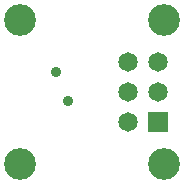
<source format=gbs>
G04*
G04 #@! TF.GenerationSoftware,Altium Limited,Altium Designer,19.1.5 (86)*
G04*
G04 Layer_Color=16711935*
%FSLAX25Y25*%
%MOIN*%
G70*
G01*
G75*
%ADD18C,0.10600*%
%ADD19C,0.06506*%
%ADD20R,0.06506X0.06506*%
%ADD21C,0.03600*%
D18*
X10000Y10000D02*
D03*
Y58000D02*
D03*
X58000D02*
D03*
Y10000D02*
D03*
D19*
X46000Y44000D02*
D03*
X56000D02*
D03*
X46000Y34000D02*
D03*
X56000D02*
D03*
X46000Y24000D02*
D03*
D20*
X56000D02*
D03*
D21*
X26000Y31000D02*
D03*
X22000Y40500D02*
D03*
M02*

</source>
